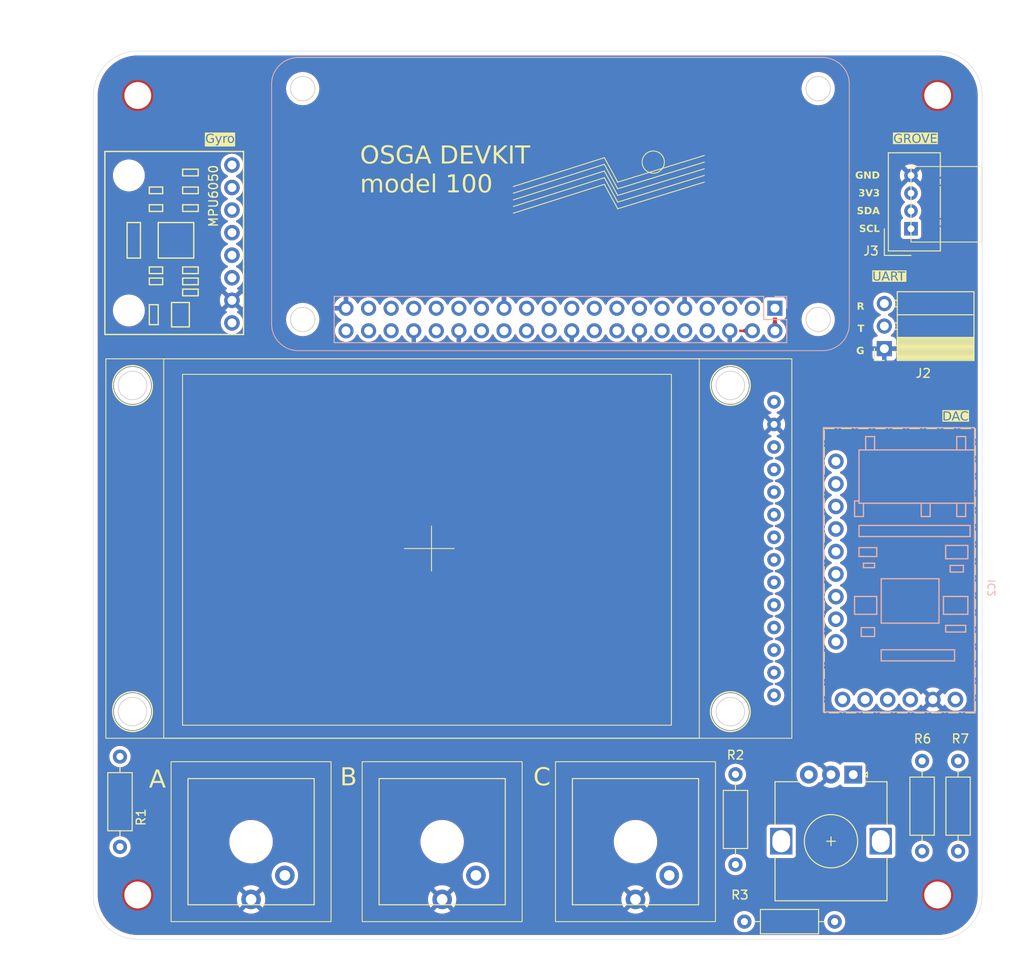
<source format=kicad_pcb>
(kicad_pcb (version 20240108) (generator "pcbnew") (generator_version "8.0")
  (layers (0 "F.Cu" signal) (31 "B.Cu" signal) (34 "B.Paste" user) (35 "F.Paste" user) (36 "B.SilkS" user "B.Silkscreen") (37 "F.SilkS" user "F.Silkscreen") (38 "B.Mask" user) (39 "F.Mask" user) (44 "Edge.Cuts" user))
  (net 0 "")
  (net 16 "GND")
  (net 17 "MPU_SDA")
  (net 18 "MPU_SCL")
  (net 19 "+3V3")
  (net 20 "I2S_LRCK")
  (net 21 "I2S_IN")
  (net 22 "+5V")
  (net 23 "I2S_BCK")
  (net 24 "LCD_CS")
  (net 25 "LCD_SCLK")
  (net 26 "LCD_DC")
  (net 27 "LCD_MOSI")
  (net 28 "SW_B")
  (net 29 "LCD_RESET")
  (net 30 "LCD_LED")
  (net 31 "RE_DT")
  (net 32 "LCD_MISO")
  (net 33 "SW_A")
  (net 34 "I2S_OUT")
  (net 35 "Button_B")
  (net 36 "UART_TX")
  (net 37 "UART_RX")
  (net 38 "Groove_SCL")
  (net 39 "RE_CLK")
  (net 40 "SW_Enter")
  (net 41 "Rotary_DT")
  (net 42 "Rotary_CLK")
  (net 52 "Groove_SDA")
  (net 53 "Button_A")
  (net 54 "LED_PWM")
  (net 55 "Rotary_Enter")
  (footprint "Resistor_THT:R_Axial_DIN0207_L6.3mm_D2.5mm_P10.16mm_Horizontal" (layer "F.Cu") (at 126.466112 142.747006 90)
    (property "Reference" "R2" (at 12.329999 0 180) (layer "F.SilkS"))
    (property "Value" "10k")
    (fp_line (start 8.35 -1.37) (end 1.81 -1.37) (stroke (width 0.12)) (layer "F.SilkS"))
    (fp_line (start 1.81 -1.37) (end 1.81 1.37) (stroke (width 0.12)) (layer "F.SilkS"))
    (fp_line (start 9.12 0) (end 8.350001 0) (stroke (width 0.12)) (layer "F.SilkS"))
    (fp_line (start 1.04 0) (end 1.81 0) (stroke (width 0.12)) (layer "F.SilkS"))
    (fp_line (start 8.35 1.37) (end 8.35 -1.37) (stroke (width 0.12)) (layer "F.SilkS"))
    (fp_line (start 1.81 1.37) (end 8.35 1.37) (stroke (width 0.12)) (layer "F.SilkS"))
    (pad "1" thru_hole circle (at 0 0 90) (size 1.6 1.6) (drill 0.8) (layers "*.Cu" "*.Mask") (net 19 "+3V3"))
    (pad "2" thru_hole oval (at 10.16 0 90) (size 1.6 1.6) (drill 0.8) (layers "*.Cu" "*.Mask") (net 28 "SW_B"))
  )
  (footprint "Connector_PinSocket_2.54mm:PinSocket_1x03_P2.54mm_Horizontal" (layer "F.Cu") (at 143.216112 84.667007 180)
    (property "Reference" "J2" (at -4.38 -2.77 360) (layer "F.SilkS"))
    (property "Value" "UART" (hide yes))
    (fp_line (start 1.110001 -1.33) (end 1.110001 0) (stroke (width 0.12)) (layer "F.SilkS"))
    (fp_line (start 0 -1.33) (end 1.110001 -1.33) (stroke (width 0.12)) (layer "F.SilkS"))
    (fp_line (start -1.459999 0.36) (end -1.11 0.36) (stroke (width 0.12)) (layer "F.SilkS"))
    (fp_line (start -1.459999 -0.36) (end -1.11 -0.36) (stroke (width 0.12)) (layer "F.SilkS"))
    (fp_line (start -1.46 5.44) (end -1.05 5.44) (stroke (width 0.12)) (layer "F.SilkS"))
    (fp_line (start -1.46 4.72) (end -1.05 4.72) (stroke (width 0.12)) (layer "F.SilkS"))
    (fp_line (start -1.46 2.9) (end -1.05 2.9) (stroke (width 0.12)) (layer "F.SilkS"))
    (fp_line (start -1.46 2.18) (end -1.05 2.18) (stroke (width 0.12)) (layer "F.SilkS"))
    (fp_line (start -1.46 -1.33) (end -1.459999 6.41) (stroke (width 0.12)) (layer "F.SilkS"))
    (fp_line (start -10.089999 0.797615) (end -1.46 0.797615) (stroke (width 0.12)) (layer "F.SilkS"))
    (fp_line (start -10.089999 -0.26524) (end -1.46 -0.26524) (stroke (width 0.12)) (layer "F.SilkS"))
    (fp_line (start -10.089999 -1.33) (end -1.46 -1.33) (stroke (width 0.12)) (layer "F.SilkS"))
    (fp_line (start -10.089999 -1.33) (end -10.09 6.41) (stroke (width 0.12)) (layer "F.SilkS"))
    (fp_line (start -10.09 6.41) (end -1.459999 6.41) (stroke (width 0.12)) (layer "F.SilkS"))
    (fp_line (start -10.09 3.81) (end -1.46 3.81) (stroke (width 0.12)) (layer "F.SilkS"))
    (fp_line (start -10.09 1.27) (end -1.46 1.270001) (stroke (width 0.12)) (layer "F.SilkS"))
    (fp_line (start -10.09 1.1519) (end -1.46 1.1519) (stroke (width 0.12)) (layer "F.SilkS"))
    (fp_line (start -10.09 1.033805) (end -1.459999 1.033805) (stroke (width 0.12)) (layer "F.SilkS"))
    (fp_line (start -10.09 0.91571) (end -1.46 0.91571) (stroke (width 0.12)) (layer "F.SilkS"))
    (fp_line (start -10.09 0.67952) (end -1.46 0.67952) (stroke (width 0.12)) (layer "F.SilkS"))
    (fp_line (start -10.09 0.561425) (end -1.459999 0.561425) (stroke (width 0.12)) (layer "F.SilkS"))
    (fp_line (start -10.09 0.44333) (end -1.46 0.44333) (stroke (width 0.12)) (layer "F.SilkS"))
    (fp_line (start -10.09 0.325234) (end -1.46 0.325235) (stroke (width 0.12)) (layer "F.SilkS"))
    (fp_line (start -10.09 0.207141) (end -1.46 0.20714) (stroke (width 0.12)) (layer "F.SilkS"))
    (fp_line (start -10.09 0.089045) (end -1.46 0.089045) (stroke (width 0.12)) (layer "F.SilkS"))
    (fp_line (start -10.09 -0.02905) (end -1.459999 -0.02905) (stroke (width 0.12)) (layer "F.SilkS"))
    (fp_line (start -10.09 -0.147145) (end -1.46 -0.147145) (stroke (width 0.12)) (layer "F.SilkS"))
    (fp_line (start -10.09 -0.383335) (end -1.46 -0.383335) (stroke (width 0.12)) (layer "F.SilkS"))
    (fp_line (start -10.09 -0.50143) (end -1.459999 -0.50143) (stroke (width 0.12)) (layer "F.SilkS"))
    (fp_line (start -10.09 -0.619525) (end -1.46 -0.619525) (stroke (width 0.12)) (layer "F.SilkS"))
    (fp_line (start -10.09 -0.737621) (end -1.46 -0.73762) (stroke (width 0.12)) (layer "F.SilkS"))
    (fp_line (start -10.09 -0.855714) (end -1.46 -0.855715) (stroke (width 0.12)) (layer "F.SilkS"))
    (fp_line (start -10.09 -0.97381) (end -1.46 -0.97381) (stroke (width 0.12)) (layer "F.SilkS"))
    (fp_line (start -10.09 -1.091905) (end -1.459999 -1.091905) (stroke (width 0.12)) (layer "F.SilkS"))
    (fp_line (start -10.09 -1.21) (end -1.46 -1.21) (stroke (width 0.12)) (layer "F.SilkS"))
    (pad "1" thru_hole rect (at 0 0 180) (size 1.7 1.7) (drill 1) (layers "*.Cu" "*.Mask") (net 16 "GND"))
    (pad "2" thru_hole oval (at 0 2.54 180) (size 1.7 1.7) (drill 1) (layers "*.Cu" "*.Mask") (net 36 "UART_TX"))
    (pad "3" thru_hole oval (at 0 5.079999 180) (size 1.7 1.7) (drill 1) (layers "*.Cu" "*.Mask") (net 37 "UART_RX"))
  )
  (footprint "Button_Switch_Keyboard:SW_Redragon_LowProfile_PCB_1.00u" (layer "F.Cu") (at 71.966112 140.167007)
    (property "Reference" "SW1" (hide yes))
    (property "Value" "A" (hide yes))
    (fp_line (start -7.1 -7.1) (end -7.1 7.1) (stroke (width 0.12)) (layer "F.SilkS"))
    (fp_line (start -7.1 7.1) (end 7.1 7.1) (stroke (width 0.12)) (layer "F.SilkS"))
    (fp_line (start 7.1 -7.1) (end -7.1 -7.1) (stroke (width 0.12)) (layer "F.SilkS"))
    (fp_line (start 7.1 7.1) (end 7.1 -7.1) (stroke (width 0.12)) (layer "F.SilkS"))
    (pad "" np_thru_hole circle (at 0 0) (size 4.4 4.4) (drill 4.4) (layers "F&B.Cu" "*.Mask"))
    (pad "1" thru_hole circle (at 3.8 3.8) (size 2.2 2.2) (drill 1.2) (layers "*.Cu" "B.Mask") (net 33 "SW_A"))
    (pad "2" thru_hole circle (at 0 6.5) (size 2.2 2.2) (drill 1.2) (layers "*.Cu" "B.Mask") (net 16 "GND"))
  )
  (footprint "Mounting_Wuerth:Mounting_Wuerth_WA-SMSI-M2_H1mm_9774010243" (layer "F.Cu") (at 59.216112 146.167007)
    (property "Reference" "H3" (hide yes))
    (property "Value" "MountingHole")
    (pad "" np_thru_hole circle (at 0 0) (size 3 3) (drill 3) (layers "*.Cu" "*.Mask"))
    (pad "1" smd circle (at -2.075 0) (size 0.75 0.75) (layers "F.Cu"))
    (pad "1" smd circle (at 0 -2.075) (size 0.75 0.75) (layers "F.Cu"))
    (pad "1" smd circle (at 0 2.075) (size 0.75 0.75) (layers "F.Cu"))
    (pad "1" smd custom (at 2.075 0) (size 0.75 0.75) (layers "F.Cu" "F.Mask") (options (clearance outline) (anchor circle)) (primitives (gr_circle (center -2.075 0) (end 0 0) (width 1.15) (fill no))))
  )
  (footprint "Resistor_THT:R_Axial_DIN0207_L6.3mm_D2.5mm_P10.16mm_Horizontal" (layer "F.Cu") (at 57.216112 130.587008 -90)
    (property "Reference" "R1" (at 6.829999 -2.370001 90) (layer "F.SilkS"))
    (property "Value" "10k")
    (fp_line (start 1.81 1.37) (end 8.35 1.37) (stroke (width 0.12)) (layer "F.SilkS"))
    (fp_line (start 8.35 1.37) (end 8.35 -1.37) (stroke (width 0.12)) (layer "F.SilkS"))
    (fp_line (start 1.04 0) (end 1.81 0) (stroke (width 0.12)) (layer "F.SilkS"))
    (fp_line (start 9.12 0) (end 8.350001 0) (stroke (width 0.12)) (layer "F.SilkS"))
    (fp_line (start 1.81 -1.37) (end 1.81 1.37) (stroke (width 0.12)) (layer "F.SilkS"))
    (fp_line (start 8.35 -1.37) (end 1.81 -1.37) (stroke (width 0.12)) (layer "F.SilkS"))
    (pad "1" thru_hole circle (at 0 0 270) (size 1.6 1.6) (drill 0.8) (layers "*.Cu" "*.Mask") (net 19 "+3V3"))
    (pad "2" thru_hole oval (at 10.16 0 270) (size 1.6 1.6) (drill 0.8) (layers "*.Cu" "*.Mask") (net 33 "SW_A"))
  )
  (footprint "Resistor_THT:R_Axial_DIN0207_L6.3mm_D2.5mm_P10.16mm_Horizontal" (layer "F.Cu") (at 147.466112 141.247007 90)
    (property "Reference" "R6" (at 12.659999 0.05 0) (layer "F.SilkS"))
    (property "Value" "10k")
    (fp_line (start 8.35 -1.37) (end 1.81 -1.37) (stroke (width 0.12)) (layer "F.SilkS"))
    (fp_line (start 1.81 -1.37) (end 1.81 1.37) (stroke (width 0.12)) (layer "F.SilkS"))
    (fp_line (start 9.12 0) (end 8.350001 0) (stroke (width 0.12)) (layer "F.SilkS"))
    (fp_line (start 1.04 0) (end 1.81 0) (stroke (width 0.12)) (layer "F.SilkS"))
    (fp_line (start 8.35 1.37) (end 8.35 -1.37) (stroke (width 0.12)) (layer "F.SilkS"))
    (fp_line (start 1.81 1.37) (end 8.35 1.37) (stroke (width 0.12)) (layer "F.SilkS"))
    (pad "1" thru_hole circle (at 0 0 90) (size 1.6 1.6) (drill 0.8) (layers "*.Cu" "*.Mask") (net 19 "+3V3"))
    (pad "2" thru_hole oval (at 10.16 0 90) (size 1.6 1.6) (drill 0.8) (layers "*.Cu" "*.Mask") (net 39 "RE_CLK"))
  )
  (footprint "_Hugelton:ili9341_2.4inch" (layer "F.Cu") (at 58.626112 125.527007 90)
    (property "Reference" "U1" (hide yes))
    (property "Value" "LCD_MSPxxxx_with_touch_and_sd" (hide yes))
    (fp_line (start 18.36 30.592) (end 18.36 36.18) (stroke (width 0.1)) (layer "F.SilkS"))
    (fp_line (start 15.82 33.64) (end 20.9 33.64) (stroke (width 0.1)) (layer "F.SilkS"))
    (fp_circle (center 36.72 0) (end 35.72 2) (stroke (width 0.15)) (fill none) (layer "F.SilkS"))
    (fp_circle (center 0 0) (end -1 2) (stroke (width 0.15)) (fill none) (layer "F.SilkS"))
    (fp_circle (center 36.72 67.26) (end 35.72 69.26) (stroke (width 0.15)) (fill none) (layer "F.SilkS"))
    (fp_circle (center 0 67.26) (end -1 69.26) (stroke (width 0.15)) (fill none) (layer "F.SilkS"))
    (fp_poly (pts (xy -3 -3) (xy -3 74.18) (xy 39.72 74.18) (xy 39.72 -3)) (stroke (width 0.1)) (fill none) (layer "F.SilkS"))
    (fp_poly (pts (xy -3 3.51) (xy -3 63.77) (xy 39.72 63.77) (xy 39.72 3.51)) (stroke (width 0.1)) (fill none) (layer "F.SilkS"))
    (fp_circle (center 36.72 0) (end 35.12 0) (stroke (width 0.1)) (fill none) (layer "Edge.Cuts"))
    (fp_circle (center 0 0) (end -1.6 0) (stroke (width 0.1)) (fill none) (layer "Edge.Cuts"))
    (fp_circle (center 36.72 67.26) (end 35.12 67.26) (stroke (width 0.1)) (fill none) (layer "Edge.Cuts"))
    (fp_circle (center 0 67.26) (end -1.6 67.26) (stroke (width 0.1)) (fill none) (layer "Edge.Cuts"))
    (pad "" np_thru_hole circle (at 0 0 270) (size 3.1 3.1) (drill 3.1) (layers "*.Cu" "*.Mask"))
    (pad "" np_thru_hole circle (at 0 67.26 270) (size 3.1 3.1) (drill 3.1) (layers "*.Cu" "*.Mask"))
    (pad "" np_thru_hole circle (at 36.72 0 270) (size 3.1 3.1) (drill 3.1) (layers "*.Cu" "*.Mask"))
    (pad "" np_thru_hole circle (at 36.72 67.26 270) (size 3.1 3.1) (drill 3.1) (layers "*.Cu" "*.Mask"))
    (pad "1" thru_hole circle (at 34.87 72.18 270) (size 1.524 1.524) (drill 0.762) (layers "*.Cu" "*.Mask") (net 19 "+3V3"))
    (pad "2" thru_hole circle (at 32.33 72.18 270) (size 1.524 1.524) (drill 0.762) (layers "*.Cu" "*.Mask") (net 16 "GND"))
    (pad "3" thru_hole circle (at 29.79 72.179999 270) (size 1.524 1.524) (drill 0.762) (layers "*.Cu" "*.Mask") (net 24 "LCD_CS"))
    (pad "4" thru_hole circle (at 27.25 72.18 270) (size 1.524 1.524) (drill 0.762) (layers "*.Cu" "*.Mask") (net 29 "LCD_RESET"))
    (pad "5" thru_hole circle (at 24.71 72.18 270) (size 1.524 1.524) (drill 0.762) (layers "*.Cu" "*.Mask") (net 26 "LCD_DC"))
    (pad "6" thru_hole circle (at 22.17 72.18 270) (size 1.524 1.524) (drill 0.762) (layers "*.Cu" "*.Mask") (net 27 "LCD_MOSI"))
    (pad "7" thru_hole circle (at 19.630001 72.18 270) (size 1.524 1.524) (drill 0.762) (layers "*.Cu" "*.Mask") (net 25 "LCD_SCLK"))
    (pad "8" thru_hole circle (at 17.089999 72.18 270) (size 1.524 1.524) (drill 0.762) (layers "*.Cu" "*.Mask") (net 30 "LCD_LED"))
    (pad "9" thru_hole circle (at 14.55 72.18 270) (size 1.524 1.524) (drill 0.762) (layers "*.Cu" "*.Mask") (net 32 "LCD_MISO"))
    (pad "10" thru_hole circle (at 12.01 72.18 270) (size 1.524 1.524) (drill 0.762) (layers "*.Cu" "*.Mask"))
    (pad "11" thru_hole circle (at 9.47 72.18 270) (size 1.524 1.524) (drill 0.762) (layers "*.Cu" "*.Mask"))
    (pad "12" thru_hole circle (at 6.93 72.179999 270) (size 1.524 1.524) (drill 0.762) (layers "*.Cu" "*.Mask"))
    (pad "13" thru_hole circle (at 4.39 72.18 270) (size 1.524 1.524) (drill 0.762) (layers "*.Cu" "*.Mask"))
    (pad "14" thru_hole circle (at 1.85 72.18 270) (size 1.524 1.524) (drill 0.762) (layers "*.Cu" "*.Mask"))
  )
  (footprint "Mounting_Wuerth:Mounting_Wuerth_WA-SMSI-M2_H1mm_9774010243" (layer "F.Cu") (at 149.216112 56.167007)
    (property "Reference" "H2" (hide yes))
    (property "Value" "MountingHole" (hide yes))
    (pad "" np_thru_hole circle (at 0 0) (size 3 3) (drill 3) (layers "*.Cu" "*.Mask"))
    (pad "1" smd circle (at -2.075 0) (size 0.75 0.75) (layers "F.Cu"))
    (pad "1" smd circle (at 0 -2.075) (size 0.75 0.75) (layers "F.Cu"))
    (pad "1" smd circle (at 0 2.075) (size 0.75 0.75) (layers "F.Cu"))
    (pad "1" smd custom (at 2.075 0) (size 0.75 0.75) (layers "F.Cu" "F.Mask") (options (clearance outline) (anchor circle)) (primitives (gr_circle (center -2.075 0) (end 0 0) (width 1.15) (fill no))))
  )
  (footprint "Resistor_THT:R_Axial_DIN0207_L6.3mm_D2.5mm_P10.16mm_Horizontal" (layer "F.Cu") (at 137.626112 149.167007 180)
    (property "Reference" "R3" (at 10.66 3 360) (layer "F.SilkS"))
    (property "Value" "10k")
    (fp_line (start 9.12 0) (end 8.350001 0) (stroke (width 0.12)) (layer "F.SilkS"))
    (fp_line (start 8.35 1.37) (end 8.35 -1.37) (stroke (width 0.12)) (layer "F.SilkS"))
    (fp_line (start 8.35 -1.37) (end 1.81 -1.37) (stroke (width 0.12)) (layer "F.SilkS"))
    (fp_line (start 1.81 1.37) (end 8.35 1.37) (stroke (width 0.12)) (layer "F.SilkS"))
    (fp_line (start 1.81 -1.37) (end 1.81 1.37) (stroke (width 0.12)) (layer "F.SilkS"))
    (fp_line (start 1.04 0) (end 1.81 0) (stroke (width 0.12)) (layer "F.SilkS"))
    (pad "1" thru_hole circle (at 0 0 180) (size 1.6 1.6) (drill 0.8) (layers "*.Cu" "*.Mask") (net 19 "+3V3"))
    (pad "2" thru_hole oval (at 10.16 0 180) (size 1.6 1.6) (drill 0.8) (layers "*.Cu" "*.Mask") (net 40 "SW_Enter"))
  )
  (footprint "Button_Switch_Keyboard:SW_Redragon_LowProfile_PCB_1.00u" (layer "F.Cu") (at 115.216112 140.167007)
    (property "Reference" "SW3" (hide yes))
    (property "Value" "Enter" (hide yes))
    (fp_line (start -7.1 -7.1) (end -7.1 7.1) (stroke (width 0.12)) (layer "F.SilkS"))
    (fp_line (start -7.1 7.1) (end 7.1 7.1) (stroke (width 0.12)) (layer "F.SilkS"))
    (fp_line (start 7.1 -7.1) (end -7.1 -7.1) (stroke (width 0.12)) (layer "F.SilkS"))
    (fp_line (start 7.1 7.1) (end 7.1 -7.1) (stroke (width 0.12)) (layer "F.SilkS"))
    (pad "" np_thru_hole circle (at 0 0) (size 4.4 4.4) (drill 4.4) (layers "F&B.Cu" "*.Mask"))
    (pad "1" thru_hole circle (at 3.8 3.8) (size 2.2 2.2) (drill 1.2) (layers "*.Cu" "B.Mask") (net 40 "SW_Enter"))
    (pad "2" thru_hole circle (at 0 6.5) (size 2.2 2.2) (drill 1.2) (layers "*.Cu" "B.Mask") (net 16 "GND"))
  )
  (footprint "Mounting_Wuerth:Mounting_Wuerth_WA-SMSI-M2_H1mm_9774010243" (layer "F.Cu") (at 59.216112 56.167007)
    (property "Reference" "H1" (hide yes))
    (property "Value" "MountingHole")
    (pad "" np_thru_hole circle (at 0 0) (size 3 3) (drill 3) (layers "*.Cu" "*.Mask"))
    (pad "1" smd circle (at -2.075 0) (size 0.75 0.75) (layers "F.Cu"))
    (pad "1" smd circle (at 0 -2.075) (size 0.75 0.75) (layers "F.Cu"))
    (pad "1" smd circle (at 0 2.075) (size 0.75 0.75) (layers "F.Cu"))
    (pad "1" smd custom (at 2.075 0) (size 0.75 0.75) (layers "F.Cu" "F.Mask") (options (clearance outline) (anchor circle)) (primitives (gr_circle (center -2.075 0) (end 0 0) (width 1.15) (fill no))))
  )
  (footprint "Mounting_Wuerth:Mounting_Wuerth_WA-SMSI-M2_H1mm_9774010243" (layer "F.Cu") (at 149.216112 146.167007)
    (property "Reference" "H4" (hide yes))
    (property "Value" "MountingHole")
    (pad "" np_thru_hole circle (at 0 0) (size 3 3) (drill 3) (layers "*.Cu" "*.Mask"))
    (pad "1" smd circle (at -2.075 0) (size 0.75 0.75) (layers "F.Cu"))
    (pad "1" smd circle (at 0 -2.075) (size 0.75 0.75) (layers "F.Cu"))
    (pad "1" smd circle (at 0 2.075) (size 0.75 0.75) (layers "F.Cu"))
    (pad "1" smd custom (at 2.075 0) (size 0.75 0.75) (layers "F.Cu" "F.Mask") (options (clearance outline) (anchor circle)) (primitives (gr_circle (center -2.075 0) (end 0 0) (width 1.15) (fill no))))
  )
  (footprint "Connector:NS-Tech_Grove_1x04_P2mm_Vertical" (layer "F.Cu") (at 146.216112 71.167008 180)
    (property "Reference" "J3" (at 4.5 -2.499999 360) (layer "F.SilkS"))
    (property "Value" "Grove-I2C-connector" (hide yes))
    (fp_line (start 3 -3) (end 3 0) (stroke (width 0.12)) (layer "F.SilkS"))
    (fp_line (start 2.55 -2.5) (end 2.55 8.55) (stroke (width 0.12)) (layer "F.SilkS"))
    (fp_line (start 0 -3) (end 3 -3) (stroke (width 0.12)) (layer "F.SilkS"))
    (fp_line (start -3.299999 8.55) (end 2.55 8.55) (stroke (width 0.12)) (layer "F.SilkS"))
    (fp_line (start -3.299999 5.9) (end -3.299999 8.55) (stroke (width 0.12)) (layer "F.SilkS"))
    (fp_line (start -3.299999 5) (end -3.299999 5.6) (stroke (width 0.12)) (layer "F.SilkS"))
    (fp_line (start -3.299999 -2.5) (end 2.55 -2.5) (stroke (width 0.12)) (layer "F.SilkS"))
    (fp_line (start -3.299999 -2.5) (end -3.299999 0.15) (stroke (width 0.12)) (layer "F.SilkS"))
    (fp_line (start -3.3 1.25) (end -3.3 4.75) (stroke (width 0.12)) (layer "F.SilkS"))
    (fp_line (start -3.3 0.4) (end -3.3 1) (stroke (width 0.12)) (layer "F.SilkS"))
    (pad "1" thru_hole rect (at 0 0 180) (size 1.524 1.524) (drill 0.762) (layers "*.Cu" "*.Mask") (net 38 "Groove_SCL"))
    (pad "2" thru_hole circle (at 0 2.000001 180) (size 1.524 1.524) (drill 0.762) (layers "*.Cu" "*.Mask") (net 52 "Groove_SDA"))
    (pad "3" thru_hole circle (at 0 4 180) (size 1.524 1.524) (drill 0.762) (layers "*.Cu" "*.Mask") (net 19 "+3V3"))
    (pad "4" thru_hole circle (at 0 6 180) (size 1.524 1.524) (drill 0.762) (layers "*.Cu" "*.Mask") (net 16 "GND"))
  )
  (footprint "Button_Switch_Keyboard:SW_Redragon_LowProfile_PCB_1.00u" (layer "F.Cu") (at 93.466112 140.167007)
    (property "Reference" "SW2" (hide yes))
    (property "Value" "B" (hide yes))
    (fp_line (start -7.1 -7.1) (end -7.1 7.1) (stroke (width 0.12)) (layer "F.SilkS"))
    (fp_line (start -7.1 7.1) (end 7.1 7.1) (stroke (width 0.12)) (layer "F.SilkS"))
    (fp_line (start 7.1 -7.1) (end -7.1 -7.1) (stroke (width 0.12)) (layer "F.SilkS"))
    (fp_line (start 7.1 7.1) (end 7.1 -7.1) (stroke (width 0.12)) (layer "F.SilkS"))
    (pad "" np_thru_hole circle (at 0 0) (size 4.4 4.4) (drill 4.4) (layers "F&B.Cu" "*.Mask"))
    (pad "1" thru_hole circle (at 3.8 3.8) (size 2.2 2.2) (drill 1.2) (layers "*.Cu" "B.Mask") (net 28 "SW_B"))
    (pad "2" thru_hole circle (at 0 6.5) (size 2.2 2.2) (drill 1.2) (layers "*.Cu" "B.Mask") (net 16 "GND"))
  )
  (footprint "_Hugelton:MPU6050" (layer "F.Cu") (at 72.741112 72.717007 90)
    (property "Reference" "IC1" (hide yes))
    (property "Value" "MPU6050" (at 5.235 -5.01 90) (layer "F.SilkS"))
    (fp_line (start -10.35 -17.225) (end 10.25 -17.225) (stroke (width 0.15)) (layer "F.SilkS"))
    (fp_line (start 2.25 -14.725) (end -1.75 -14.725) (stroke (width 0.15)) (layer "F.SilkS"))
    (fp_line (start -1.75 -14.725) (end -1.75 -13.225) (stroke (width 0.15)) (layer "F.SilkS"))
    (fp_line (start 2.25 -13.225) (end 2.25 -14.725) (stroke (width 0.15)) (layer "F.SilkS"))
    (fp_line (start -1.75 -13.225) (end 2.25 -13.225) (stroke (width 0.15)) (layer "F.SilkS"))
    (fp_line (start 6.25 -12.225) (end 6.25 -10.725) (stroke (width 0.15)) (layer "F.SilkS"))
    (fp_line (start 5.5 -12.225) (end 6.25 -12.225) (stroke (width 0.15)) (layer "F.SilkS"))
    (fp_line (start 4.25 -12.225) (end 4.25 -10.725) (stroke (width 0.15)) (layer "F.SilkS"))
    (fp_line (start 3.5 -12.225) (end 4.25 -12.225) (stroke (width 0.15)) (layer "F.SilkS"))
    (fp_line (start -2.75 -12.225) (end -3.5 -12.225) (stroke (width 0.15)) (layer "F.SilkS"))
    (fp_line (start -3.5 -12.225) (end -3.5 -10.725) (stroke (width 0.15)) (layer "F.SilkS"))
    (fp_line (start -4.000001 -12.225) (end -4.75 -12.225) (stroke (width 0.15)) (layer "F.SilkS"))
    (fp_line (start -4.75 -12.225) (end -4.75 -10.725) (stroke (width 0.15)) (layer "F.SilkS"))
    (fp_line (start -7 -12.225) (end -7 -11.225) (stroke (width 0.15)) (layer "F.SilkS"))
    (fp_line (start -9.25 -12.225) (end -7 -12.225) (stroke (width 0.15)) (layer "F.SilkS"))
    (fp_line (start 2.25 -11.225) (end -1.749999 -11.225) (stroke (width 0.15)) (layer "F.SilkS"))
    (fp_line (start -1.749999 -11.225) (end -1.749999 -7.225) (stroke (width 0.15)) (layer "F.SilkS"))
    (fp_line (start -7 -11.225) (end -9.25 -11.225) (stroke (width 0.15)) (layer "F.SilkS"))
    (fp_line (start -9.25 -11.225) (end -9.25 -12.225) (stroke (width 0.15)) (layer "F.SilkS"))
    (fp_line (start 6.25 -10.725) (end 5.5 -10.725) (stroke (width 0.15)) (layer "F.SilkS"))
    (fp_line (start 5.5 -10.725) (end 5.5 -12.225) (stroke (width 0.15)) (layer "F.SilkS"))
    (fp_line (start 4.25 -10.725) (end 3.5 -10.725) (stroke (width 0.15)) (layer "F.SilkS"))
    (fp_line (start 3.5 -10.725) (end 3.5 -12.225) (stroke (width 0.15)) (layer "F.SilkS"))
    (fp_line (start -2.75 -10.725) (end -2.75 -12.225) (stroke (width 0.15)) (layer "F.SilkS"))
    (fp_line (start -3.5 -10.725) (end -2.75 -10.725) (stroke (width 0.15)) (layer "F.SilkS"))
    (fp_line (start -4 -10.725) (end -4.000001 -12.225) (stroke (width 0.15)) (layer "F.SilkS"))
    (fp_line (start -4.75 -10.725) (end -4 -10.725) (stroke (width 0.15)) (layer "F.SilkS"))
    (fp_line (start -6.75 -9.725) (end -6.75 -7.725) (stroke (width 0.15)) (layer "F.SilkS"))
    (fp_line (start -9.5 -9.725) (end -6.75 -9.725) (stroke (width 0.15)) (layer "F.SilkS"))
    (fp_line (start 8.25 -8.475) (end 8.25 -6.725) (stroke (width 0.15)) (layer "F.SilkS"))
    (fp_line (start 7.5 -8.475) (end 8.25 -8.475) (stroke (width 0.15)) (layer "F.SilkS"))
    (fp_line (start 6.249999 -8.475) (end 5.5 -8.475) (stroke (width 0.15)) (layer "F.SilkS"))
    (fp_line (start 5.5 -8.475) (end 5.5 -6.725) (stroke (width 0.15)) (layer "F.SilkS"))
    (fp_line (start 4.25 -8.475) (end 4.25 -6.725) (stroke (width 0.15)) (layer "F.SilkS"))
    (fp_line (start 3.5 -8.475) (end 4.25 -8.475) (stroke (width 0.15)) (layer "F.SilkS"))
    (fp_line (start -2.75 -8.475) (end -2.75 -7.225) (stroke (width 0.15)) (layer "F.SilkS"))
    (fp_line (start -3 -8.475) (end -2.75 -8.475) (stroke (width 0.15)) (layer "F.SilkS"))
    (fp_line (start -3.5 -8.475) (end -3 -8.475) (stroke (width 0.15)) (layer "F.SilkS"))
    (fp_line (start -4 -8.475) (end -4.75 -8.475) (stroke (width 0.15)) (layer "F.SilkS"))
    (fp_line (start -4.75 -8.475) (end -4.75 -7.225) (stroke (width 0.15)) (layer "F.SilkS"))
    (fp_line (start -5.250001 -8.475) (end -6 -8.475) (stroke (width 0.15)) (layer "F.SilkS"))
    (fp_line (start -6 -8.475) (end -6 -7.225) (stroke (width 0.15)) (layer "F.SilkS"))
    (fp_line (start -6.75 -7.725) (end -9.5 -7.724999) (stroke (width 0.15)) (layer "F.SilkS"))
    (fp_line (start -9.5 -7.724999) (end -9.5 -9.725) (stroke (width 0.15)) (layer "F.SilkS"))
    (fp_line (start 2.25 -7.225) (end 2.25 -11.225) (stroke (width 0.15)) (layer "F.SilkS"))
    (fp_line (start -1.749999 -7.225) (end 2.25 -7.225) (stroke (width 0.15)) (layer "F.SilkS"))
    (fp_line (start -2.75 -7.225) (end -2.75 -6.725) (stroke (width 0.15)) (layer "F.SilkS"))
    (fp_line (start -3.5 -7.225) (end -3.5 -8.475) (stroke (width 0.15)) (layer "F.SilkS"))
    (fp_line (start -4.000001 -7.225) (end -4 -8.475) (stroke (width 0.15)) (layer "F.SilkS"))
    (fp_line (start -4.000001 -7.225) (end -4 -6.725) (stroke (width 0.15)) (layer "F.SilkS"))
    (fp_line (start -5.25 -7.225) (end -5.250001 -8.475) (stroke (width 0.15)) (layer "F.SilkS"))
    (fp_line (start -5.25 -7.225) (end -5.25 -6.725001) (stroke (width 0.15)) (layer "F.SilkS"))
    (fp_line (start -5.25 -6.725001) (end -6 -6.725) (stroke (width 0.15)) (layer "F.SilkS"))
    (fp_line (start 8.25 -6.725) (end 7.5 -6.725) (stroke (width 0.15)) (layer "F.SilkS"))
    (fp_line (start 7.5 -6.725) (end 7.5 -8.475) (stroke (width 0.15)) (layer "F.SilkS"))
    (fp_line (start 6.249999 -6.725) (end 6.249999 -8.475) (stroke (width 0.15)) (layer "F.SilkS"))
    (fp_line (start 5.5 -6.725) (end 6.249999 -6.725) (stroke (width 0.15)) (layer "F.SilkS"))
    (fp_line (start 4.25 -6.725) (end 3.5 -6.725) (stroke (width 0.15)) (layer "F.SilkS"))
    (fp_line (start 3.5 -6.725) (end 3.5 -8.475) (stroke (width 0.15)) (layer "F.SilkS"))
    (fp_line (start -2.75 -6.725) (end -3.5 -6.725) (stroke (width 0.15)) (layer "F.SilkS"))
    (fp_line (start -3.5 -6.725) (end -3.5 -7.225) (stroke (width 0.15)) (layer "F.SilkS"))
    (fp_line (start -4 -6.725) (end -4.75 -6.725) (stroke (width 0.15)) (layer "F.SilkS"))
    (fp_line (start -4.75 -6.725) (end -4.75 -7.225) (stroke (width 0.15)) (layer "F.SilkS"))
    (fp_line (start -6 -6.725) (end -6 -7.225) (stroke (width 0.15)) (layer "F.SilkS"))
    (fp_line (start 10.25 -1.625) (end 10.25 -17.225) (stroke (width 0.15)) (layer "F.SilkS"))
    (fp_line (start -2.649999 -1.625) (end -2.75 -1.625) (stroke (width 0.15)) (layer "F.SilkS"))
    (fp_line (start -10.35 -1.625) (end -10.35 -17.225) (stroke (width 0.15)) (layer "F.SilkS"))
    (fp_line (start -10.35 -1.625) (end 10.25 -1.625) (stroke (width 0.15)) (layer "F.SilkS"))
    (pad "" np_thru_hole circle (at -7.65 -14.525 90) (size 3.1 3.1) (drill 3.1) (layers "*.Cu" "*.Mask"))
    (pad "" np_thru_hole circle (at 7.55 -14.525 90) (size 3.1 3.1) (drill 3.1) (layers "*.Cu" "*.Mask"))
    (pad "1" thru_hole circle (at -9.05 -2.925 90) (size 1.75 1.75) (drill 1) (layers "*.Cu" "*.Mask") (net 19 "+3V3"))
    (pad "2" thru_hole circle (at -6.51 -2.925 90) (size 1.75 1.75) (drill 1) (layers "*.Cu" "*.Mask") (net 16 "GND"))
    (pad "3" thru_hole circle (at -3.97 -2.925 90) (size 1.75 1.75) (drill 1) (layers "*.Cu" "*.Mask") (net 18 "MPU_SCL"))
    (pad "4" thru_hole circle (at -1.43 -2.925 90) (size 1.75 1.75) (drill 1) (layers "*.Cu" "*.Mask") (net 17 "MPU_SDA"))
    (pad "5" thru_hole circle (at 1.11 -2.925 90) (size 1.75 1.75) (drill 1) (layers "*.Cu" "*.Mask"))
    (pad "6" thru_hole circle (at 3.65 -2.925 90) (size 1.75 1.75) (drill 1) (layers "*.Cu" "*.Mask"))
    (pad "7" thru_hole circle (at 6.19 -2.925 90) (size 1.75 1.75) (drill 1) (layers "*.Cu" "*.Mask"))
    (pad "8" thru_hole circle (at 8.73 -2.925 90) (size 1.75 1.75) (drill 1) (layers "*.Cu" "*.Mask"))
  )
  (footprint "Resistor_THT:R_Axial_DIN0207_L6.3mm_D2.5mm_P10.16mm_Horizontal" (layer "F.Cu") (at 151.516112 141.247008 90)
    (property "Reference" "R7" (at 12.66 0.25 180) (layer "F.SilkS"))
    (property "Value" "10k")
    (fp_line (start 8.35 -1.37) (end 1.81 -1.37) (stroke (width 0.12)) (layer "F.SilkS"))
    (fp_line (start 1.81 -1.37) (end 1.81 1.37) (stroke (width 0.12)) (layer "F.SilkS"))
    (fp_line (start 9.12 0) (end 8.350001 0) (stroke (width 0.12)) (layer "F.SilkS"))
    (fp_line (start 1.04 0) (end 1.81 0) (stroke (width 0.12)) (layer "F.SilkS"))
    (fp_line (start 8.35 1.37) (end 8.35 -1.37) (stroke (width 0.12)) (layer "F.SilkS"))
    (fp_line (start 1.81 1.37) (end 8.35 1.37) (stroke (width 0.12)) (layer "F.SilkS"))
    (pad "1" thru_hole circle (at 0 0 90) (size 1.6 1.6) (drill 0.8) (layers "*.Cu" "*.Mask") (net 19 "+3V3"))
    (pad "2" thru_hole oval (at 10.16 0 90) (size 1.6 1.6) (drill 0.8) (layers "*.Cu" "*.Mask") (net 31 "RE_DT"))
  )
  (footprint "Rotary_Encoder:RotaryEncoder_Alps_EC12E_Vertical_H20mm" (layer "F.Cu") (at 139.716113 132.617007 -90)
    (property "Reference" "SW5" (hide yes))
    (property "Value" "RotaryEncoder" (hide yes))
    (fp_line (start 0.8 8.8) (end 0.8 6) (stroke (width 0.12)) (layer "F.SilkS"))
    (fp_line (start 5.7 8.8) (end 0.8 8.8) (stroke (width 0.12)) (layer "F.SilkS"))
    (fp_line (start 14.2 8.8) (end 9.3 8.8) (stroke (width 0.12)) (layer "F.SilkS"))
    (fp_line (start 7 2.499999) (end 8 2.5) (stroke (width 0.12)) (layer "F.SilkS"))
    (fp_line (start 7.499999 2) (end 7.5 3) (stroke (width 0.12)) (layer "F.SilkS"))
    (fp_line (start 0 -1.3) (end -0.3 -1.6) (stroke (width 0.12)) (layer "F.SilkS"))
    (fp_line (start -0.3 -1.6) (end 0.3 -1.6) (stroke (width 0.12)) (layer "F.SilkS"))
    (fp_line (start 0.3 -1.6) (end 0 -1.3) (stroke (width 0.12)) (layer "F.SilkS"))
    (fp_line (start 0.8 -3.8) (end 0.8 -1.3) (stroke (width 0.12)) (layer "F.SilkS"))
    (fp_line (start 5.6 -3.8) (end 0.8 -3.8) (stroke (width 0.12)) (layer "F.SilkS"))
    (fp_line (start 9.3 -3.8) (end 14.2 -3.8) (stroke (width 0.12)) (layer "F.SilkS"))
    (fp_line (start 14.2 -3.8) (end 14.2 8.8) (stroke (width 0.12)) (layer "F.SilkS"))
    (fp_circle (center 7.5 2.5) (end 10.5 2.5) (stroke (width 0.12)) (fill none) (layer "F.SilkS"))
    (pad "A" thru_hole rect (at 0 0 270) (size 2 2) (drill 1) (layers "*.Cu" "*.Mask") (net 31 "RE_DT"))
    (pad "B" thru_hole circle (at 0 5 270) (size 2 2) (drill 1) (layers "*.Cu" "*.Mask") (net 39 "RE_CLK"))
    (pad "C" thru_hole circle (at 0 2.5 270) (size 2 2) (drill 1) (layers "*.Cu" "*.Mask") (net 16 "GND"))
    (pad "MP" thru_hole rect (at 7.5 -3.1 270) (size 3 2.5) (drill oval 2.5 2) (layers "*.Cu" "*.Mask"))
    (pad "MP" thru_hole rect (at 7.5 8.1 270) (size 3 2.5) (drill oval 2.5 2) (layers "*.Cu" "*.Mask"))
  )
  (footprint "Module:Raspberry_Pi_Header" (layer "B.Cu") (at 130.906112 80.117007 90)
    (property "Reference" "J1" (hide yes))
    (property "Value" "Raspberry_Pi_2_3" (hide yes))
    (fp_line (start 1.33 -49.59) (end -3.87 -49.59) (stroke (width 0.12)) (layer "B.SilkS"))
    (fp_line (start 1.33 -49.59) (end 1.33 -1.270001) (stroke (width 0.12)) (layer "B.SilkS"))
    (fp_line (start -3.87 -49.59) (end -3.87 1.33) (stroke (width 0.12)) (layer "B.SilkS"))
    (fp_line (start 1.33 -1.270001) (end -1.27 -1.27) (stroke (width 0.12)) (layer "B.SilkS"))
    (fp_line (start -1.27 -1.27) (end -1.270001 1.33) (stroke (width 0.12)) (layer "B.SilkS"))
    (fp_line (start 1.33 0) (end 1.33 1.33) (stroke (width 0.12)) (layer "B.SilkS"))
    (fp_line (start 1.33 1.33) (end 0 1.33) (stroke (width 0.12)) (layer "B.SilkS"))
    (fp_line (start -1.270001 1.33) (end -3.87 1.33) (stroke (width 0.12)) (layer "B.SilkS"))
    (pad "1" thru_hole rect (at 0 0 90) (size 1.7 1.7) (drill 1) (layers "*.Cu" "*.Mask") (net 19 "+3V3"))
    (pad "2" thru_hole oval (at -2.54 0 90) (size 1.7 1.7) (drill 1) (layers "*.Cu" "*.Mask") (net 22 "+5V"))
    (pad "3" thru_hole oval (at 0 -2.54 90) (size 1.7 1.7) (drill 1) (layers "*.Cu" "*.Mask") (net 17 "MPU_SDA"))
    (pad "4" thru_hole oval (at -2.54 -2.54 90) (size 1.7 1.7) (drill 1) (layers "*.Cu" "*.Mask") (net 22 "+5V"))
    (pad "5" thru_hole oval (at 0 -5.079999 90) (size 1.7 1.7) (drill 1) (layers "*.Cu" "*.Mask") (net 18 "MPU_SCL"))
    (pad "6" thru_hole oval (at -2.54 -5.08 90) (size 1.7 1.7) (drill 1) (layers "*.Cu" "*.Mask") (net 16 "GND"))
    (pad "7" thru_hole oval (at 0 -7.62 90) (size 1.7 1.7) (drill 1) (layers "*.Cu" "*.Mask"))
    (pad "8" thru_hole oval (at -2.54 -7.62 90) (size 1.7 1.7) (drill 1) (layers "*.Cu" "*.Mask") (net 36 "UART_TX"))
    (pad "9" thru_hole oval (at 0 -10.16 90) (size 1.7 1.7) (drill 1) (layers "*.Cu" "*.Mask") (net 16 "GND"))
    (pad "10" thru_hole oval (at -2.54 -10.16 90) (size 1.7 1.7) (drill 1) (layers "*.Cu" "*.Mask") (net 37 "UART_RX"))
    (pad "11" thru_hole oval (at 0 -12.7 90) (size 1.7 1.7) (drill 1) (layers "*.Cu" "*.Mask") (net 42 "Rotary_CLK"))
    (pad "12" thru_hole oval (at -2.54 -12.7 90) (size 1.7 1.7) (drill 1) (layers "*.Cu" "*.Mask") (net 23 "I2S_BCK"))
    (pad "13" thru_hole oval (at 0 -15.24 90) (size 1.7 1.7) (drill 1) (layers "*.Cu" "*.Mask") (net 41 "Rotary_DT"))
    (pad "14" thru_hole oval (at -2.54 -15.24 90) (size 1.7 1.7) (drill 1) (layers "*.Cu" "*.Mask") (net 16 "GND"))
    (pad "15" thru_hole oval (at 0 -17.780001 90) (size 1.7 1.7) (drill 1) (layers "*.Cu" "*.Mask") (net 52 "Groove_SDA"))
    (pad "16" thru_hole oval (at -2.54 -17.78 90) (size 1.7 1.7) (drill 1) (layers "*.Cu" "*.Mask") (net 38 "Groove_SCL"))
    (pad "17" thru_hole oval (at 0 -20.32 90) (size 1.7 1.7) (drill 1) (layers "*.Cu" "*.Mask") (net 19 "+3V3"))
    (pad "18" thru_hole oval (at -2.54 -20.32 90) (size 1.7 1.7) (drill 1) (layers "*.Cu" "*.Mask") (net 26 "LCD_DC"))
    (pad "19" thru_hole oval (at 0 -22.86 90) (size 1.7 1.7) (drill 1) (layers "*.Cu" "*.Mask") (net 27 "LCD_MOSI"))
    (pad "20" thru_hole oval (at -2.54 -22.86 90) (size 1.7 1.7) (drill 1) (layers "*.Cu" "*.Mask") (net 16 "GND"))
    (pad "21" thru_hole oval (at 0 -25.4 90) (size 1.7 1.7) (drill 1) (layers "*.Cu" "*.Mask") (net 32 "LCD_MISO"))
    (pad "22" thru_hole oval (at -2.54 -25.4 90) (size 1.7 1.7) (drill 1) (layers "*.Cu" "*.Mask") (net 29 "LCD_RESET"))
    (pad "23" thru_hole oval (at 0 -27.939999 90) (size 1.7 1.7) (drill 1) (layers "*.Cu" "*.Mask") (net 25 "LCD_SCLK"))
    (pad "24" thru_hole oval (at -2.54 -27.94 90) (size 1.7 1.7) (drill 1) (layers "*.Cu" "*.Mask") (net 24 "LCD_CS"))
    (pad "25" thru_hole oval (at 0 -30.48 90) (size 1.7 1.7) (drill 1) (layers "*.Cu" "*.Mask") (net 16 "GND"))
    (pad "26" thru_hole oval (at -2.54 -30.48 90) (size 1.7 1.7) (drill 1) (layers "*.Cu" "*.Mask"))
    (pad "27" thru_hole oval (at 0 -33.02 90) (size 1.7 1.7) (drill 1) (layers "*.Cu" "*.Mask"))
    (pad "28" thru_hole oval (at -2.54 -33.02 90) (size 1.7 1.7) (drill 1) (layers "*.Cu" "*.Mask"))
    (pad "29" thru_hole oval (at 0 -35.56 90) (size 1.7 1.7) (drill 1) (layers "*.Cu" "*.Mask") (net 35 "Button_B"))
    (pad "30" thru_hole oval (at -2.54 -35.56 90) (size 1.7 1.7) (drill 1) (layers "*.Cu" "*.Mask") (net 16 "GND"))
    (pad "31" thru_hole oval (at 0 -38.099999 90) (size 1.7 1.7) (drill 1) (layers "*.Cu" "*.Mask") (net 53 "Button_A"))
    (pad "32" thru_hole oval (at -2.54 -38.1 90) (size 1.7 1.7) (drill 1) (layers "*.Cu" "*.Mask") (net 30 "LCD_LED"))
    (pad "33" thru_hole oval (at 0 -40.640001 90) (size 1.7 1.7) (drill 1) (layers "*.Cu" "*.Mask") (net 54 "LED_PWM"))
    (pad "34" thru_hole oval (at -2.54 -40.64 90) (size 1.7 1.7) (drill 1) (layers "*.Cu" "*.Mask") (net 16 "GND"))
    (pad "35" thru_hole oval (at 0 -43.18 90) (size 1.7 1.7) (drill 1) (layers "*.Cu" "*.Mask") (net 20 "I2S_LRCK"))
    (pad "36" thru_hole oval (at -2.54 -43.18 90) (size 1.7 1.7) (drill 1) (layers "*.Cu" "*.Mask"))
    (pad "37" thru_hole oval (at 0 -45.72 90) (size 1.7 1.7) (drill 1) (layers "*.Cu" "*.Mask") (net 55 "Rotary_Enter"))
    (pad "38" thru_hole oval (at -2.54 -45.72 90) (size 1.7 1.7) (drill 1) (layers "*.Cu" "*.Mask") (net 21 "I2S_IN"))
    (pad "39" thru_hole oval (at 0 -48.26 90) (size 1.7 1.7) (drill 1) (layers "*.Cu" "*.Mask") (net 16 "GND"))
    (pad "40" thru_hole oval (at -2.54 -48.26 90) (size 1.7 1.7) (drill 1) (layers "*.Cu" "*.Mask") (net 34 "I2S_OUT"))
  )
  (footprint "_Hugelton:PCM5102_flipped" (layer "B.Cu") (at 155.691112 111.606007 -90)
    (property "Reference" "IC2" (at 0 0.4 90) (layer "B.SilkS") (effects (font (size 0.8 0.8) (thickness 0.1)) (justify mirror)))
    (property "Value" "PCM5102")
    (fp_line (start 13.961 19.325) (end -18.039 19.325) (stroke (width 0.15)) (layer "B.SilkS"))
    (fp_line (start -9.789 15.825) (end -8.039 15.825) (stroke (width 0.15)) (layer "B.SilkS"))
    (fp_line (start -8.039 15.825) (end -8.038999 14.825) (stroke (width 0.15)) (layer "B.SilkS"))
    (fp_line (start 0.961 15.825) (end 0.961 13.324999) (stroke (width 0.15)) (layer "B.SilkS"))
    (fp_line (start 2.961 15.825) (end 0.961 15.825) (stroke (width 0.15)) (layer "B.SilkS"))
    (fp_line (start -15.539 15.325) (end -9.539 15.325) (stroke (width 0.15)) (layer "B.SilkS"))
    (fp_line (start -9.789 15.325) (end -9.789 15.825) (stroke (width 0.15)) (layer "B.SilkS"))
    (fp_line (start -9.539 15.325) (end -9.539 2.325) (stroke (width 0.15)) (layer "B.SilkS"))
    (fp_line (start -7.039 15.325) (end -7.039 2.825) (stroke (width 0.15)) (layer "B.SilkS"))
    (fp_line (start -5.789 15.325) (end -7.039 15.325) (stroke (width 0.15)) (layer "B.SilkS"))
    (fp_line (start -4.539 15.325) (end -4.539 13.325) (stroke (width 0.15)) (layer "B.SilkS"))
    (fp_line (start -3.538999 15.325) (end -4.539 15.325) (stroke (width 0.15)) (layer "B.SilkS"))
    (fp_line (start 4.461 15.075) (end 5.461 15.075) (stroke (width 0.15)) (layer "B.SilkS"))
    (fp_line (start 5.461 15.075) (end 5.461001 13.575) (stroke (width 0.15)) (layer "B.SilkS"))
    (fp_line (start -8.038999 14.825) (end -9.539001 14.825) (stroke (width 0.15)) (layer "B.SilkS"))
    (fp_line (start -3.539 14.825) (end -3.538999 15.325) (stroke (width 0.15)) (layer "B.SilkS"))
    (fp_line (start -2.789 14.825) (end -2.789 13.575) (stroke (width 0.15)) (layer "B.SilkS"))
    (fp_line (start -2.288999 14.825) (end -2.789 14.825) (stroke (width 0.15)) (layer "B.SilkS"))
    (fp_line (start -17.039 14.575) (end -15.539 14.575) (stroke (width 0.15)) (layer "B.SilkS"))
    (fp_line (start -17.039 13.575) (end -17.039 14.575) (stroke (width 0.15)) (layer "B.SilkS"))
    (fp_line (start -15.539 13.575) (end -17.039 13.575) (stroke (width 0.15)) (layer "B.SilkS"))
    (fp_line (start -2.789 13.575) (end -2.289 13.575) (stroke (width 0.15)) (layer "B.SilkS"))
    (fp_line (start -2.289 13.575) (end -2.288999 14.825) (stroke (width 0.15)) (layer "B.SilkS"))
    (fp_line (start 4.461 13.575) (end 4.461 15.075) (stroke (width 0.15)) (layer "B.SilkS"))
    (fp_line (start 5.461001 13.575) (end 4.461 13.575) (stroke (width 0.15)) (layer "B.SilkS"))
    (fp_line (start -4.539 13.325) (end -3.539 13.325) (stroke (width 0.15)) (layer "B.SilkS"))
    (fp_line (start -3.539 13.325) (end -3.539 15.075) (stroke (width 0.15)) (layer "B.SilkS"))
    (fp_line (start 2.961 13.325) (end 2.961 15.825) (stroke (width 0.15)) (layer "B.SilkS"))
    (fp_line (start 0.961 13.324999) (end 2.961 13.325) (stroke (width 0.15)) (layer "B.SilkS"))
    (fp_line (start -1.038999 12.825) (end 3.960999 12.825) (stroke (width 0.15)) (layer "B.SilkS"))
    (fp_line (start 3.960999 12.825) (end 3.961 6.324999) (stroke (width 0.15)) (layer "B.SilkS"))
    (fp_line (start 6.961 12.825) (end 8.211 12.825) (stroke (width 0.15)) (layer "B.SilkS"))
    (fp_line (start 8.211 12.825) (end 8.211 4.575) (stroke (width 0.15)) (layer "B.SilkS"))
    (fp_line (start -9.539001 8.325) (end -8.038999 8.325) (stroke (width 0.15)) (layer "B.SilkS"))
    (fp_line (start -8.038999 8.325) (end -8.039 7.325) (stroke (width 0.15)) (layer "B.SilkS"))
    (fp_line (start -8.039 7.325) (end -9.539 7.325) (stroke (width 0.15)) (layer "B.SilkS"))
    (fp_line (start -1.039 6.324999) (end -1.038999 12.825) (stroke (width 0.15)) (layer "B.SilkS"))
    (fp_line (start 3.961 6.324999) (end -1.039 6.324999) (stroke (width 0.15)) (layer "B.SilkS"))
    (fp_line (start 0.961001 5.825) (end 1.711 5.825) (stroke (width 0.15)) (layer "B.SilkS"))
    (fp_line (start 2.961 5.825) (end 1.711 5.825) (stroke (width 0.15)) (layer "B.SilkS"))
    (fp_line (start -4.789 5.575) (end -4.789 3.075) (stroke (width 0.15)) (layer "B.SilkS"))
    (fp_line (start -3.539 5.575) (end -4.789 5.575) (stroke (width 0.15)) (layer "B.SilkS"))
    (fp_line (start -3.289 5.575) (end -3.539 5.575) (stroke (width 0.15)) (layer "B.SilkS"))
    (fp_line (start 4.211 5.575) (end 4.211 3.325) (stroke (width 0.15)) (layer "B.SilkS"))
    (fp_line (start 4.961 5.575) (end 4.211 5.575) (stroke (width 0.15)) (layer "B.SilkS"))
    (fp_line (start 4.961 5.325) (end 4.961 5.575) (stroke (width 0.15)) (layer "B.SilkS"))
    (fp_line (start -2.539 5.075) (end -2.539 3.575) (stroke (width 0.15)) (layer "B.SilkS"))
    (fp_line (start -1.789 5.075) (end -2.539 5.075) (stroke (width 0.15)) (layer "B.SilkS"))
    (fp_line (start -1.789 4.825) (end -1.789 5.075) (stroke (width 0.15)) (layer "B.SilkS"))
    (fp_line (start -1.789001 4.575) (end -1.789 4.825) (stroke (width 0.15)) (layer "B.SilkS"))
    (fp_line (start 6.961 4.575) (end 6.961 12.825) (stroke (width 0.15)) (layer "B.SilkS"))
    (fp_line (start 8.211 4.575) (end 6.961 4.575) (stroke (width 0.15)) (layer "B.SilkS"))
    (fp_line (start -17.039 4.325) (end -15.539 4.325) (stroke (width 0.15)) (layer "B.SilkS"))
    (fp_line (start -9.539 4.325) (end -8.039 4.325) (stroke (width 0.15)) (layer "B.SilkS"))
    (fp_line (start -8.039 4.325) (end -8.038999 3.325) (stroke (width 0.15)) (layer "B.SilkS"))
    (fp_line (start -2.539 3.575) (end -1.789 3.575) (stroke (width 0.15)) (layer "B.SilkS"))
    (fp_line (start -1.789 3.575) (end -1.789001 4.575) (stroke (width 0.15)) (layer "B.SilkS"))
    (fp_line (start -17.038999 3.325) (end -17.039 4.325) (stroke (width 0.15)) (layer "B.SilkS"))
    (fp_line (start -15.539 3.325) (end -17.038999 3.325) (stroke (width 0.15)) (layer "B.SilkS"))
    (fp_line (start -8.038999 3.325) (end -9.539001 3.325) (stroke (width 0.15)) (layer "B.SilkS"))
    (fp_line (start 4.211 3.325) (end 4.961 3.325) (stroke (width 0.15)) (layer "B.SilkS"))
    (fp_line (start 4.961 3.325) (end 4.961 5.325) (stroke (width 0.15)) (layer "B.SilkS"))
    (fp_line (start -4.789 3.075) (end -3.289 3.075) (stroke (width 0.15)) (layer "B.SilkS"))
    (fp_line (start -3.289 3.075) (end -3.289 5.575) (stroke (width 0.15)) (layer "B.SilkS"))
    (fp_line (start 0.961 3.075) (end 0.961001 5.825) (stroke (width 0.15)) (layer "B.SilkS"))
    (fp_line (start 1.711 3.075) (end 0.961 3.075) (stroke (width 0.15)) (layer "B.SilkS"))
    (fp_line (start 1.711 3.075) (end 2.961 3.075) (stroke (width 0.15)) (layer "B.SilkS"))
    (fp_line (start 2.961 3.075) (end 2.961 5.825) (stroke (width 0.15)) (layer "B.SilkS"))
    (fp_line (start -7.039 2.825) (end -5.789 2.825) (stroke (width 0.15)) (layer "B.SilkS"))
    (fp_line (start -5.789 2.825) (end -5.789 15.325) (stroke (width 0.15)) (layer "B.SilkS"))
    (fp_line (start -18.039 2.325) (end -18.039 19.325) (stroke (width 0.15)) (layer "B.SilkS"))
    (fp_line (start -18.039 2.325) (end 13.961 2.325) (stroke (width 0.15)) (layer "B.SilkS"))
    (fp_line (start -15.539 2.325) (end -15.539 15.325) (stroke (width 0.15)) (layer "B.SilkS"))
    (fp_line (start 13.961 2.325) (end 13.961 19.325) (stroke (width 0.15)) (layer "B.SilkS"))
    (pad "1" thru_hole circle (at 12.561 4.475 270) (size 1.75 1.75) (drill 1) (layers "*.Cu" "*.Mask") (net 22 "+5V"))
    (pad "2" thru_hole circle (at 12.561 7.015 270) (size 1.75 1.75) (drill 1) (layers "*.Cu" "*.Mask") (net 16 "GND"))
    (pad "3" thru_hole circle (at 12.561 9.555 270) (size 1.75 1.75) (drill 1) (layers "*.Cu" "*.Mask") (net 20 "I2S_LRCK"))
    (pad "4" thru_hole circle (at 12.561 12.095 270) (size 1.75 1.75) (drill 1) (layers "*.Cu" "*.Mask") (net 21 "I2S_IN"))
    (pad "5" thru_hole circle (at 12.561 14.635 270) (size 1.75 1.75) (drill 1) (layers "*.Cu" "*.Mask") (net 23 "I2S_BCK"))
    (pad "6" thru_hole circle (at 12.561 17.175 270) (size 1.75 1.75) (drill 1) (layers "*.Cu" "*.Mask"))
    (pad "7" thru_hole circle (at 6.061 17.925 270) (size 1.75 1.75) (drill 1) (layers "*.Cu" "*.Mask"))
    (pad "8" thru_hole circle (at 3.521 17.925 270) (size 1.75 1.75) (drill 1) (layers "*.Cu" "*.Mask"))
    (pad "9" thru_hole circle (at 0.981 17.925 270) (size 1.75 1.75) (drill 1) (layers "*.Cu" "*.Mask"))
    (pad "10" thru_hole circle (at -1.559 17.925001 270) (size 1.75 1.75) (drill 1) (layers "*.Cu" "*.Mask"))
    (pad "11" thru_hole circle (at -4.099 17.925 270) (size 1.75 1.75) (drill 1) (layers "*.Cu" "*.Mask"))
    (pad "12" thru_hole circle (at -6.639 17.925 270) (size 1.75 1.75) (drill 1) (layers "*.Cu" "*.Mask"))
    (pad "13" thru_hole circle (at -9.179 17.925 270) (size 1.75 1.75) (drill 1) (layers "*.Cu" "*.Mask"))
    (pad "14" thru_hole circle (at -11.718999 17.925 270) (size 1.75 1.75) (drill 1) (layers "*.Cu" "*.Mask"))
    (pad "15" thru_hole circle (at -14.259001 17.925 270) (size 1.75 1.75) (drill 1) (layers "*.Cu" "*.Mask"))
  )
  (gr_line (start 136.276107 51.892243) (end 77.276107 51.892243) (stroke (width 0.1)) (layer "B.SilkS"))
  (gr_arc (start 139.276113 81.887007) (mid 138.397402 84.008298) (end 136.276112 84.887007) (stroke (width 0.1)) (layer "B.SilkS"))
  (gr_arc (start 77.276112 84.887007) (mid 75.154723 84.008391) (end 74.276112 81.887007) (stroke (width 0.1)) (layer "B.SilkS"))
  (gr_arc (start 74.276112 54.887007) (mid 75.156648 52.76908) (end 77.276107 51.892243) (stroke (width 0.1)) (layer "B.SilkS"))
  (gr_line (start 74.276112 54.887007) (end 74.276112 81.887007) (stroke (width 0.1)) (layer "B.SilkS"))
  (gr_line (start 77.276112 84.887007) (end 136.276112 84.887007) (stroke (width 0.1)) (layer "B.SilkS"))
  (gr_arc (start 136.276107 51.892243) (mid 138.397482 52.770892) (end 139.276108 54.892243) (stroke (width 0.1)) (layer "B.SilkS"))
  (gr_line (start 139.276113 81.887007) (end 139.276112 54.887007) (stroke (width 0.1)) (layer "B.SilkS"))
  (gr_line (start 111.716112 64.667007) (end 113.216112 67.417007) (stroke (width 0.1)) (layer "F.SilkS"))
  (gr_rect (start 136.466112 93.667007) (end 153.466112 125.667007) (stroke (width 0.1) (type dash_dot)) (fill none) (layer "F.SilkS"))
  (gr_line (start 111.716112 63.917007) (end 113.216112 66.667007) (stroke (width 0.1)) (layer "F.SilkS"))
  (gr_line (start 113.216112 68.917007) (end 122.966112 65.917007) (stroke (width 0.1)) (layer "F.SilkS"))
  (gr_rect (start 62.966112 131.167007) (end 80.966112 149.167007) (stroke (width 0.1)) (fill none) (layer "F.SilkS"))
  (gr_line (start 113.216112 67.417007) (end 122.966112 64.417007) (stroke (width 0.1)) (layer "F.SilkS"))
  (gr_line (start 101.466112 68.667007) (end 111.716112 65.417007) (stroke (width 0.1)) (layer "F.SilkS"))
  (gr_circle (center 117.216112 63.667007) (end 118.466112 63.667007) (stroke (width 0.1)) (fill none) (layer "F.SilkS"))
  (gr_line (start 111.716112 66.167007) (end 113.216112 68.917007) (stroke (width 0.1)) (layer "F.SilkS"))
  (gr_rect (start 106.216112 131.167007) (end 124.216112 149.167007) (stroke (width 0.1)) (fill none) (layer "F.SilkS"))
  (gr_line (start 101.466112 67.917007) (end 111.716112 64.667007) (stroke (width 0.1)) (layer "F.SilkS"))
  (gr_line (start 101.466112 69.417007) (end 111.716112 66.167007) (stroke (width 0.1)) (layer "F.SilkS"))
  (gr_rect (start 84.466112 131.167007) (end 102.466112 149.167007) (stroke (width 0.1)) (fill none) (layer "F.SilkS"))
  (gr_line (start 113.216112 68.167007) (end 122.966112 65.167007) (stroke (width 0.1)) (layer "F.SilkS"))
  (gr_rect (start 64.256146 87.557007) (end 119.256146 127.057007) (stroke (width 0.1)) (fill none) (layer "F.SilkS"))
  (gr_line (start 101.466112 66.417007) (end 111.716112 63.167007) (stroke (width 0.1)) (layer "F.SilkS"))
  (gr_line (start 113.216112 66.667007) (end 122.966112 63.667007) (stroke (width 0.1)) (layer "F.SilkS"))
  (gr_line (start 113.216112 65.917007) (end 122.966112 62.917007) (stroke (width 0.1)) (layer "F.SilkS"))
  (gr_line (start 101.466112 67.167007) (end 111.716112 63.917007) (stroke (width 0.1)) (layer "F.SilkS"))
  (gr_line (start 111.716112 63.167007) (end 113.216112 65.917007) (stroke (width 0.1)) (layer "F.SilkS"))
  (gr_rect (start 146.216112 64.167007) (end 154.216112 72.667008) (stroke (width 0.1)) (fill none) (layer "F.SilkS"))
  (gr_line (start 111.716112 65.417007) (end 113.216112 68.167007) (stroke (width 0.1)) (layer "F.SilkS"))
  (gr_line (start 149.216112 151.167007) (end 59.216112 151.167007) (stroke (width 0.05)) (layer "Edge.Cuts"))
  (gr_arc (start 59.216112 151.167007) (mid 55.680578 149.702541) (end 54.216112 146.167007) (stroke (width 0.05)) (layer "Edge.Cuts"))
  (gr_circle (center 77.776112 81.387007) (end 76.401112 81.387007) (stroke (width 0.1)) (fill none) (layer "Edge.Cuts"))
  (gr_arc (start 54.216112 56.167007) (mid 55.680578 52.631473) (end 59.216112 51.167007) (stroke (width 0.05)) (layer "Edge.Cuts"))
  (gr_line (start 54.216112 146.167007) (end 54.216112 56.167007) (stroke (width 0.05)) (layer "Edge.Cuts"))
  (gr_line (start 59.216112 51.167007) (end 149.216112 51.167007) (stroke (width 0.05)) (layer "Edge.Cuts"))
  (gr_circle (center 135.776113 81.387007) (end 134.401113 81.387007) (stroke (width 0.1)) (fill none) (layer "Edge.Cuts"))
  (gr_arc (start 149.216112 51.167007) (mid 152.751636 52.631478) (end 154.216112 56.167007) (stroke (width 0.05)) (layer "Edge.Cuts"))
  (gr_line (start 154.216112 56.167007) (end 154.216112 146.167007) (stroke (width 0.05)) (layer "Edge.Cuts"))
  (gr_arc (start 154.216112 146.167007) (mid 152.751646 149.702541) (end 149.216112 151.167007) (stroke (width 0.05)) (layer "Edge.Cuts"))
  (gr_circle (center 77.776107 55.392243) (end 76.401107 55.392242) (stroke (width 0.1)) (fill none) (layer "Edge.Cuts"))
  (gr_circle (center 135.776107 55.392242) (end 134.401107 55.392242) (stroke (width 0.1)) (fill none) (layer "Edge.Cuts"))
  (gr_text "Gyro" (at 68.466112 61.667007 0) (layer "F.SilkS" knockout) (effects (font (size 1 1) (thickness 0.25)) (justify bottom)))
  (gr_text "model 100" (at 84.216112 67.417007 0) (layer "F.SilkS") (effects (font (size 2 2) (thickness 0.25)) (justify left bottom)))
  (gr_text "G" (at 140.966112 85.417007 0) (layer "F.SilkS") (effects (font (size 0.8 0.8) (thickness 0.125) (bold yes)) (justify right bottom)))
  (gr_text "GROVE" (at 146.716112 61.667007 0) (layer "F.SilkS" knockout) (effects (font (size 1 1) (thickness 0.25)) (justify bottom)))
  (gr_text "R" (at 140.966112 80.417007 0) (layer "F.SilkS") (effects (font (size 0.8 0.8) (thickness 0.125) (bold yes)) (justify right bottom)))
  (gr_text "OSGA DEVKIT" (at 84.216112 64.167007 0) (layer "F.SilkS") (effects (font (size 2 2) (thickness 0.25)) (justify left bottom)))
  (gr_text "A" (at 60.466112 134.417007 0) (layer "F.SilkS") (effects (font (size 2 2) (thickness 0.25)) (justify left bottom)))
  (gr_text "3V3" (at 142.716112 67.667007 0) (layer "F.SilkS") (effects (font (size 0.8 0.8) (thickness 0.125) (bold yes)) (justify right bottom)))
  (gr_text "T" (at 140.966112 82.917007 0) (layer "F.SilkS") (effects (font (size 0.8 0.8) (thickness 0.125) (bold yes)) (justify right bottom)))
  (gr_text "GND" (at 142.716112 65.667007 0) (layer "F.SilkS") (effects (font (size 0.8 0.8) (thickness 0.125) (bold yes)) (justify right bottom)))
  (gr_text "UART" (at 143.716112 77.167007 0) (layer "F.SilkS" knockout) (effects (font (size 1 1) (thickness 0.25)) (justify bottom)))
  (gr_text "C" (at 103.716112 134.167007 0) (layer "F.SilkS") (effects (font (size 2 2) (thickness 0.25)) (justify left bottom)))
  (gr_text "B" (at 81.966112 134.167007 0) (layer "F.SilkS") (effects (font (size 2 2) (thickness 0.25)) (justify left bottom)))
  (gr_text "SDA" (at 142.716112 69.667007 0) (layer "F.SilkS") (effects (font (size 0.8 0.8) (thickness 0.125) (bold yes)) (justify right bottom)))
  (gr_text "SCL" (at 142.716112 71.667007 0) (layer "F.SilkS") (effects (font (size 0.8 0.8) (thickness 0.125) (bold yes)) (justify right bottom)))
  (gr_text "DAC" (at 151.216112 92.917007 0) (layer "F.SilkS" knockout) (effects (font (size 1 1) (thickness 0.25)) (justify bottom)))
  (zone (net 22) (net_name "+5V") (layer "F.Cu") (connect_pads (clearance 0.2)) (min_thickness 0.2) (fill yes (thermal_gap 0.25) (thermal_bridge_width 0.508))
    (polygon (pts (xy 124.622468 81.404618) (xy 122.822468 81.404618) (xy 122.822468 73.604618) (xy 125.322468 73.604618) (xy 125.322468 78.504617) (xy 130.222468 78.504617) (xy 130.222469 75.604618) (xy 133.522468 75.604618) (xy 133.522469 84.504618) (xy 124.622468 84.504618)))
  )
  (zone (net 16) (net_name "GND") (layers "F&B.Cu") (connect_pads (clearance 0.4)) (min_thickness 0.25) (fill yes (thermal_gap 0.5) (thermal_bridge_width 0.5))
    (polygon (pts (xy 43.716112 45.417007) (xy 156.966112 45.417007) (xy 156.966112 153.417007) (xy 43.716112 153.417007)))
  )
)
</source>
